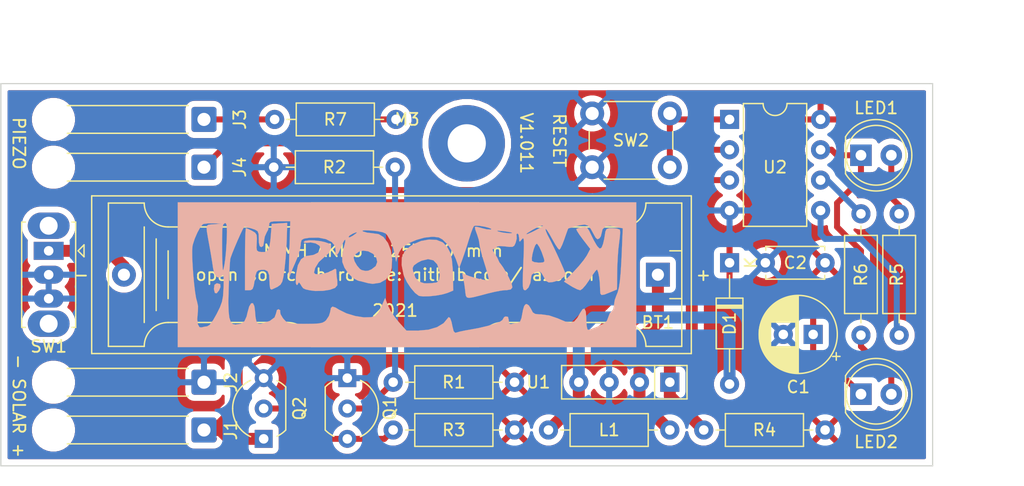
<source format=kicad_pcb>
(kicad_pcb (version 20171130) (host pcbnew "(5.1.9)-1")
  (layers (0 F.Cu signal) (31 B.Cu signal) (34 B.Paste user) (35 F.Paste user) (36 B.SilkS user) (37 F.SilkS user) (38 B.Mask user) (39 F.Mask user) (44 Edge.Cuts user))
  (net 0 "")
  (net 1 "Net-(BT1-Pad2)")
  (net 2 "Net-(BT1-Pad1)")
  (net 3 GND)
  (net 4 "Net-(C1-Pad1)")
  (net 5 "Net-(D1-Pad2)")
  (net 6 "Net-(J1-Pad1)")
  (net 7 "Net-(J3-Pad1)")
  (net 8 "Net-(J4-Pad1)")
  (net 9 "Net-(LED1-Pad2)")
  (net 10 "Net-(LED1-Pad1)")
  (net 11 "Net-(LED2-Pad2)")
  (net 12 "Net-(Q1-Pad3)")
  (net 13 "Net-(Q1-Pad2)")
  (net 14 "Net-(R5-Pad2)")
  (net 15 "Net-(R6-Pad2)")
  (net 16 "Net-(R7-Pad2)")
  (net 17 "Net-(SW2-Pad1)")
  (module Joe_footprint_Library:Kazoosh!-Logo (layer F.Cu) (at 93 65)
    (fp_text reference G*** hide)
    (fp_text value LOGO hide)
  )
  (module MountingHole:MountingHole_3.2mm_M3_Pad_TopBottom (layer F.Cu) (at 98 54)
    (fp_text reference M3 (at -5 -2) (layer F.SilkS))
    (fp_text value MountingHole_3.2mm_M3_Pad_TopBottom)
    (pad 1 connect circle (at 0 0) (size 6.4 6.4) (layers B.Cu B.Mask))
    (pad 1 connect circle (at 0 0) (size 6.4 6.4) (layers F.Cu F.Mask))
    (pad 1 thru_hole circle (at 0 0) (size 3.6 3.6) (drill 3.2) (layers *.Cu *.Mask))
  )
  (module Joe_footprint_Library:SW_PUSH_6mm_H5mm_4pin (layer F.Cu) (at 115 56 180)
    (fp_text reference SW2 (at 3.25 2.25) (layer F.SilkS))
    (fp_text value SW_Push_standard_6x6_four_pins)
    (pad 3 thru_hole circle (at 6.5 0 270) (size 2 2) (drill 1.1) (layers *.Cu *.Mask) (net 3 GND))
    (pad 4 thru_hole circle (at 6.5 4.5 270) (size 2 2) (drill 1.1) (layers *.Cu *.Mask) (net 3 GND))
    (pad 1 thru_hole circle (at 0 0 270) (size 2 2) (drill 1.1) (layers *.Cu *.Mask) (net 17 "Net-(SW2-Pad1)"))
    (pad 2 thru_hole circle (at 0 4.5 270) (size 2 2) (drill 1.1) (layers *.Cu *.Mask) (net 17 "Net-(SW2-Pad1)"))
  )
  (module Package_DIP:DIP-8_W7.62mm (layer F.Cu) (at 120 52)
    (fp_text reference U2 (at 3.81 4) (layer F.SilkS))
    (fp_text value ATtiny85V-10PU)
    (pad 8 thru_hole oval (at 7.62 0) (size 1.6 1.6) (drill 0.8) (layers *.Cu *.Mask) (net 4 "Net-(C1-Pad1)"))
    (pad 4 thru_hole oval (at 0 7.62) (size 1.6 1.6) (drill 0.8) (layers *.Cu *.Mask) (net 3 GND))
    (pad 7 thru_hole oval (at 7.62 2.54) (size 1.6 1.6) (drill 0.8) (layers *.Cu *.Mask) (net 10 "Net-(LED1-Pad1)"))
    (pad 3 thru_hole oval (at 0 5.08) (size 1.6 1.6) (drill 0.8) (layers *.Cu *.Mask) (net 8 "Net-(J4-Pad1)"))
    (pad 6 thru_hole oval (at 7.62 5.08) (size 1.6 1.6) (drill 0.8) (layers *.Cu *.Mask) (net 15 "Net-(R6-Pad2)"))
    (pad 2 thru_hole oval (at 0 2.54) (size 1.6 1.6) (drill 0.8) (layers *.Cu *.Mask) (net 16 "Net-(R7-Pad2)"))
    (pad 5 thru_hole oval (at 7.62 7.62) (size 1.6 1.6) (drill 0.8) (layers *.Cu *.Mask) (net 14 "Net-(R5-Pad2)"))
    (pad 1 thru_hole rect (at 0 0) (size 1.6 1.6) (drill 0.8) (layers *.Cu *.Mask) (net 17 "Net-(SW2-Pad1)"))
  )
  (module Resistor_THT:R_Array_SIP4 (layer F.Cu) (at 115 74 180)
    (fp_text reference U1 (at 11 0) (layer F.SilkS))
    (fp_text value YX8051_JF)
    (pad 4 thru_hole oval (at 7.62 0 180) (size 1.6 1.6) (drill 0.8) (layers *.Cu *.Mask) (net 5 "Net-(D1-Pad2)"))
    (pad 3 thru_hole oval (at 5.08 0 180) (size 1.6 1.6) (drill 0.8) (layers *.Cu *.Mask) (net 3 GND))
    (pad 2 thru_hole oval (at 2.54 0 180) (size 1.6 1.6) (drill 0.8) (layers *.Cu *.Mask) (net 2 "Net-(BT1-Pad1)"))
    (pad 1 thru_hole rect (at 0 0 180) (size 1.6 1.6) (drill 0.8) (layers *.Cu *.Mask) (net 6 "Net-(J1-Pad1)"))
  )
  (module Button_Switch_THT:SW_Slide_1P2T_CK_OS102011MS2Q (layer F.Cu) (at 63 63 270)
    (fp_text reference SW1 (at 8 0 180) (layer F.SilkS))
    (fp_text value SW_SPDT)
    (pad "" thru_hole oval (at 6.1 0 270) (size 2.2 3.5) (drill 1.5) (layers *.Cu *.Mask))
    (pad "" thru_hole oval (at -2.1 0 270) (size 2.2 3.5) (drill 1.5) (layers *.Cu *.Mask))
    (pad 3 thru_hole oval (at 4 0 270) (size 1.5 2.5) (drill 0.8) (layers *.Cu *.Mask) (net 3 GND))
    (pad 2 thru_hole oval (at 2 0 270) (size 1.5 2.5) (drill 0.8) (layers *.Cu *.Mask) (net 3 GND))
    (pad 1 thru_hole rect (at 0 0 270) (size 1.5 2.5) (drill 0.8) (layers *.Cu *.Mask) (net 1 "Net-(BT1-Pad2)"))
  )
  (module Resistor_THT:R_Axial_DIN0207_L6.3mm_D2.5mm_P10.16mm_Horizontal (layer F.Cu) (at 81.915 52)
    (fp_text reference R7 (at 5.08 0) (layer F.SilkS))
    (fp_text value 120)
    (pad 2 thru_hole oval (at 10.16 0) (size 1.6 1.6) (drill 0.8) (layers *.Cu *.Mask) (net 16 "Net-(R7-Pad2)"))
    (pad 1 thru_hole circle (at 0 0) (size 1.6 1.6) (drill 0.8) (layers *.Cu *.Mask) (net 7 "Net-(J3-Pad1)"))
  )
  (module Resistor_THT:R_Axial_DIN0207_L6.3mm_D2.5mm_P10.16mm_Horizontal (layer F.Cu) (at 131 70.06 90)
    (fp_text reference R6 (at 5.06 0 90) (layer F.SilkS))
    (fp_text value 120)
    (pad 2 thru_hole oval (at 10.16 0 90) (size 1.6 1.6) (drill 0.8) (layers *.Cu *.Mask) (net 15 "Net-(R6-Pad2)"))
    (pad 1 thru_hole circle (at 0 0 90) (size 1.6 1.6) (drill 0.8) (layers *.Cu *.Mask) (net 11 "Net-(LED2-Pad2)"))
  )
  (module Resistor_THT:R_Axial_DIN0207_L6.3mm_D2.5mm_P10.16mm_Horizontal (layer F.Cu) (at 134.2 59.9 270)
    (fp_text reference R5 (at 5.1 0.2 90) (layer F.SilkS))
    (fp_text value 120)
    (pad 2 thru_hole oval (at 10.16 0 270) (size 1.6 1.6) (drill 0.8) (layers *.Cu *.Mask) (net 14 "Net-(R5-Pad2)"))
    (pad 1 thru_hole circle (at 0 0 270) (size 1.6 1.6) (drill 0.8) (layers *.Cu *.Mask) (net 9 "Net-(LED1-Pad2)"))
  )
  (module Resistor_THT:R_Axial_DIN0207_L6.3mm_D2.5mm_P10.16mm_Horizontal (layer F.Cu) (at 128 78 180)
    (fp_text reference R4 (at 5.08 0) (layer F.SilkS))
    (fp_text value 220k)
    (pad 2 thru_hole oval (at 10.16 0 180) (size 1.6 1.6) (drill 0.8) (layers *.Cu *.Mask) (net 6 "Net-(J1-Pad1)"))
    (pad 1 thru_hole circle (at 0 0 180) (size 1.6 1.6) (drill 0.8) (layers *.Cu *.Mask) (net 4 "Net-(C1-Pad1)"))
  )
  (module Resistor_THT:R_Axial_DIN0207_L6.3mm_D2.5mm_P10.16mm_Horizontal (layer F.Cu) (at 102 78 180)
    (fp_text reference R3 (at 5.08 0) (layer F.SilkS))
    (fp_text value 510k)
    (pad 2 thru_hole oval (at 10.16 0 180) (size 1.6 1.6) (drill 0.8) (layers *.Cu *.Mask) (net 12 "Net-(Q1-Pad3)"))
    (pad 1 thru_hole circle (at 0 0 180) (size 1.6 1.6) (drill 0.8) (layers *.Cu *.Mask) (net 4 "Net-(C1-Pad1)"))
  )
  (module Resistor_THT:R_Axial_DIN0207_L6.3mm_D2.5mm_P10.16mm_Horizontal (layer F.Cu) (at 92 56 180)
    (fp_text reference R2 (at 5.08 0) (layer F.SilkS))
    (fp_text value 330k)
    (pad 2 thru_hole oval (at 10.16 0 180) (size 1.6 1.6) (drill 0.8) (layers *.Cu *.Mask) (net 3 GND))
    (pad 1 thru_hole circle (at 0 0 180) (size 1.6 1.6) (drill 0.8) (layers *.Cu *.Mask) (net 13 "Net-(Q1-Pad2)"))
  )
  (module Resistor_THT:R_Axial_DIN0207_L6.3mm_D2.5mm_P10.16mm_Horizontal (layer F.Cu) (at 102 74 180)
    (fp_text reference R1 (at 5.08 0) (layer F.SilkS))
    (fp_text value 1M)
    (pad 2 thru_hole oval (at 10.16 0 180) (size 1.6 1.6) (drill 0.8) (layers *.Cu *.Mask) (net 13 "Net-(Q1-Pad2)"))
    (pad 1 thru_hole circle (at 0 0 180) (size 1.6 1.6) (drill 0.8) (layers *.Cu *.Mask) (net 4 "Net-(C1-Pad1)"))
  )
  (module Package_TO_SOT_THT:TO-92_Inline_Wide (layer F.Cu) (at 81 78.74 90)
    (fp_text reference Q2 (at 2.54 3 90) (layer F.SilkS))
    (fp_text value BS170)
    (pad 1 thru_hole rect (at 0 0 90) (size 1.5 1.5) (drill 0.8) (layers *.Cu *.Mask) (net 6 "Net-(J1-Pad1)"))
    (pad 3 thru_hole circle (at 5.08 0 90) (size 1.5 1.5) (drill 0.8) (layers *.Cu *.Mask) (net 3 GND))
    (pad 2 thru_hole circle (at 2.54 0 90) (size 1.5 1.5) (drill 0.8) (layers *.Cu *.Mask) (net 12 "Net-(Q1-Pad3)"))
  )
  (module Package_TO_SOT_THT:TO-92_Inline_Wide (layer F.Cu) (at 88 73.66 270)
    (fp_text reference Q1 (at 2.54 -3.56 90) (layer F.SilkS))
    (fp_text value 2N7000)
    (pad 1 thru_hole rect (at 0 0 270) (size 1.5 1.5) (drill 0.8) (layers *.Cu *.Mask) (net 3 GND))
    (pad 3 thru_hole circle (at 5.08 0 270) (size 1.5 1.5) (drill 0.8) (layers *.Cu *.Mask) (net 12 "Net-(Q1-Pad3)"))
    (pad 2 thru_hole circle (at 2.54 0 270) (size 1.5 1.5) (drill 0.8) (layers *.Cu *.Mask) (net 13 "Net-(Q1-Pad2)"))
  )
  (module LED_THT:LED_D5.0mm (layer F.Cu) (at 131 75)
    (fp_text reference LED2 (at 1.27 4) (layer F.SilkS))
    (fp_text value LED_GN)
    (pad 2 thru_hole circle (at 2.54 0) (size 1.8 1.8) (drill 0.9) (layers *.Cu *.Mask) (net 11 "Net-(LED2-Pad2)"))
    (pad 1 thru_hole rect (at 0 0) (size 1.8 1.8) (drill 0.9) (layers *.Cu *.Mask) (net 10 "Net-(LED1-Pad1)"))
  )
  (module LED_THT:LED_D5.0mm (layer F.Cu) (at 131 55)
    (fp_text reference LED1 (at 1.27 -3.96) (layer F.SilkS))
    (fp_text value LED_GN)
    (pad 2 thru_hole circle (at 2.54 0) (size 1.8 1.8) (drill 0.9) (layers *.Cu *.Mask) (net 9 "Net-(LED1-Pad2)"))
    (pad 1 thru_hole rect (at 0 0) (size 1.8 1.8) (drill 0.9) (layers *.Cu *.Mask) (net 10 "Net-(LED1-Pad1)"))
  )
  (module Resistor_THT:R_Axial_DIN0207_L6.3mm_D2.5mm_P10.16mm_Horizontal (layer F.Cu) (at 115 78 180)
    (fp_text reference L1 (at 5.08 0) (layer F.SilkS))
    (fp_text value 47uH)
    (pad 2 thru_hole oval (at 10.16 0 180) (size 1.6 1.6) (drill 0.8) (layers *.Cu *.Mask) (net 5 "Net-(D1-Pad2)"))
    (pad 1 thru_hole circle (at 0 0 180) (size 1.6 1.6) (drill 0.8) (layers *.Cu *.Mask) (net 2 "Net-(BT1-Pad1)"))
  )
  (module Connector_Wire:SolderWire-0.5sqmm_1x01_D0.9mm_OD2.1mm_Relief (layer F.Cu) (at 76 56 270)
    (fp_text reference J4 (at 0 -3 90) (layer F.SilkS))
    (fp_text value Conn_01x01)
    (pad "" np_thru_hole circle (at 0 12.6 270) (size 2.6 2.6) (drill 2.6) (layers *.Cu *.Mask))
    (pad 1 thru_hole roundrect (at 0 0 270) (size 2.1 2.1) (drill 1.1) (layers *.Cu *.Mask) (roundrect_rratio 0.119048) (net 8 "Net-(J4-Pad1)"))
  )
  (module Connector_Wire:SolderWire-0.5sqmm_1x01_D0.9mm_OD2.1mm_Relief (layer F.Cu) (at 76 52 270)
    (fp_text reference J3 (at 0 -3 90) (layer F.SilkS))
    (fp_text value Conn_01x01)
    (pad "" np_thru_hole circle (at 0 12.6 270) (size 2.6 2.6) (drill 2.6) (layers *.Cu *.Mask))
    (pad 1 thru_hole roundrect (at 0 0 270) (size 2.1 2.1) (drill 1.1) (layers *.Cu *.Mask) (roundrect_rratio 0.119048) (net 7 "Net-(J3-Pad1)"))
  )
  (module Connector_Wire:SolderWire-0.5sqmm_1x01_D0.9mm_OD2.1mm_Relief (layer F.Cu) (at 76 74 270)
    (fp_text reference J2 (at 0 -2.25 90) (layer F.SilkS))
    (fp_text value Conn_01x01)
    (pad "" np_thru_hole circle (at 0 12.6 270) (size 2.6 2.6) (drill 2.6) (layers *.Cu *.Mask))
    (pad 1 thru_hole roundrect (at 0 0 270) (size 2.1 2.1) (drill 1.1) (layers *.Cu *.Mask) (roundrect_rratio 0.119048) (net 3 GND))
  )
  (module Connector_Wire:SolderWire-0.5sqmm_1x01_D0.9mm_OD2.1mm_Relief (layer F.Cu) (at 76 78 270)
    (fp_text reference J1 (at 0 -2.25 90) (layer F.SilkS))
    (fp_text value Conn_01x01)
    (pad "" np_thru_hole circle (at 0 12.6 270) (size 2.6 2.6) (drill 2.6) (layers *.Cu *.Mask))
    (pad 1 thru_hole roundrect (at 0 0 270) (size 2.1 2.1) (drill 1.1) (layers *.Cu *.Mask) (roundrect_rratio 0.119048) (net 6 "Net-(J1-Pad1)"))
  )
  (module Diode_THT:D_DO-35_SOD27_P10.16mm_Horizontal (layer F.Cu) (at 120 64 270)
    (fp_text reference D1 (at 5.08 0 90) (layer F.SilkS))
    (fp_text value BAT48RL)
    (fp_text user K (at 0 -1.8 90) (layer F.SilkS))
    (pad 2 thru_hole oval (at 10.16 0 270) (size 1.6 1.6) (drill 0.8) (layers *.Cu *.Mask) (net 5 "Net-(D1-Pad2)"))
    (pad 1 thru_hole rect (at 0 0 270) (size 1.6 1.6) (drill 0.8) (layers *.Cu *.Mask) (net 4 "Net-(C1-Pad1)"))
  )
  (module Capacitor_THT:C_Disc_D4.7mm_W2.5mm_P5.00mm (layer F.Cu) (at 128 64 180)
    (fp_text reference C2 (at 2.5 0) (layer F.SilkS))
    (fp_text value 100nF)
    (pad 2 thru_hole circle (at 5 0 180) (size 1.6 1.6) (drill 0.8) (layers *.Cu *.Mask) (net 3 GND))
    (pad 1 thru_hole circle (at 0 0 180) (size 1.6 1.6) (drill 0.8) (layers *.Cu *.Mask) (net 4 "Net-(C1-Pad1)"))
  )
  (module Capacitor_THT:CP_Radial_D6.3mm_P2.50mm (layer F.Cu) (at 127 70 180)
    (fp_text reference C1 (at 1.25 -4.4) (layer F.SilkS))
    (fp_text value 220uF)
    (pad 2 thru_hole circle (at 2.5 0 180) (size 1.6 1.6) (drill 0.8) (layers *.Cu *.Mask) (net 3 GND))
    (pad 1 thru_hole rect (at 0 0 180) (size 1.6 1.6) (drill 0.8) (layers *.Cu *.Mask) (net 4 "Net-(C1-Pad1)"))
  )
  (module Battery:BatteryHolder_Keystone_2466_1xAAA (layer F.Cu) (at 114 65 180)
    (fp_text reference BT1 (at 0 -4 180) (layer F.SilkS))
    (fp_text value "NiMH 1,25V 600mAh")
    (fp_text user + (at -3.81 0) (layer F.SilkS))
    (fp_text user - (at 48.26 0) (layer F.SilkS))
    (pad 2 thru_hole circle (at 44.7 0 180) (size 2 2) (drill 1.02) (layers *.Cu *.Mask) (net 1 "Net-(BT1-Pad2)"))
    (pad 1 thru_hole rect (at 0 0 180) (size 2 2) (drill 1.02) (layers *.Cu *.Mask) (net 2 "Net-(BT1-Pad1)"))
  )
  (gr_text 2021 (at 92 68) (layer F.SilkS) (effects (font (size 1 1))))
  (gr_text "open source hardware: github.com/kazoosh" (at 92 65) (layer F.SilkS) (effects (font (size 1 1))))
  (gr_text V1.011 (at 103 54 270) (layer F.SilkS) (effects (font (size 1 1))))
  (gr_text RESET (at 105.75 53.75 270) (layer F.SilkS) (effects (font (size 1 1))))
  (gr_text "NiMH AKKU 1.25V 600mAh" (at 91 63) (layer F.SilkS) (effects (font (size 1 1))))
  (gr_text "- SOLAR +" (at 60.5 76 270) (layer F.SilkS) (effects (font (size 1 1))))
  (gr_text PIEZO (at 60.5 54 270) (layer F.SilkS) (effects (font (size 1 1))))
  (gr_line (start 137 49) (end 137 81) (layer Edge.Cuts) (width 0.1))
  (gr_line (start 59 49) (end 137 49) (layer Edge.Cuts) (width 0.1))
  (gr_line (start 59 81) (end 59 49) (layer Edge.Cuts) (width 0.1))
  (gr_line (start 137 81) (end 59 81) (layer Edge.Cuts) (width 0.1))
  (segment (start 69.3 65) (end 69.3 64.3) (width 1) (layer F.Cu) (net 1))
  (segment (start 68 63) (end 63 63) (width 1) (layer F.Cu) (net 1))
  (segment (start 69.3 64.3) (end 68 63) (width 1) (layer F.Cu) (net 1))
  (segment (start 114 65) (end 114 69) (width 1) (layer F.Cu) (net 2))
  (segment (start 114 69) (end 113 70) (width 1) (layer F.Cu) (net 2))
  (segment (start 113 70) (end 112.88 70) (width 1) (layer F.Cu) (net 2))
  (segment (start 112.46 70.42) (end 112.46 74) (width 1) (layer F.Cu) (net 2))
  (segment (start 112.88 70) (end 112.46 70.42) (width 1) (layer F.Cu) (net 2))
  (segment (start 112.46 74) (end 112.46 75.5) (width 1) (layer F.Cu) (net 2))
  (segment (start 114.96 78) (end 115 78) (width 1) (layer F.Cu) (net 2))
  (segment (start 112.46 75.5) (end 114.96 78) (width 1) (layer F.Cu) (net 2))
  (segment (start 104.84 78) (end 104.88 78) (width 1) (layer F.Cu) (net 5))
  (segment (start 107.38 75.5) (end 107.38 74) (width 1) (layer F.Cu) (net 5))
  (segment (start 104.88 78) (end 107.38 75.5) (width 1) (layer F.Cu) (net 5))
  (segment (start 107.38 74) (end 107.38 69.785) (width 1) (layer B.Cu) (net 5))
  (segment (start 107.38 69.785) (end 108.585 68.58) (width 1) (layer B.Cu) (net 5))
  (segment (start 108.585 68.58) (end 119.38 68.58) (width 1) (layer B.Cu) (net 5))
  (segment (start 120 69.2) (end 120 74.16) (width 1) (layer B.Cu) (net 5))
  (segment (start 119.38 68.58) (end 120 69.2) (width 1) (layer B.Cu) (net 5))
  (segment (start 76 78) (end 76.095 78) (width 0.5) (layer F.Cu) (net 6))
  (segment (start 76.095 78) (end 76.835 78.74) (width 0.5) (layer F.Cu) (net 6))
  (segment (start 76 78) (end 77.365 78) (width 1) (layer F.Cu) (net 6))
  (segment (start 78.105 78.74) (end 81 78.74) (width 1) (layer F.Cu) (net 6))
  (segment (start 77.365 78) (end 78.105 78.74) (width 1) (layer F.Cu) (net 6))
  (segment (start 115 75.16) (end 117.84 78) (width 1) (layer F.Cu) (net 6))
  (segment (start 115 74) (end 115 75.16) (width 1) (layer F.Cu) (net 6))
  (segment (start 115 71.82) (end 115 74) (width 1) (layer F.Cu) (net 6))
  (segment (start 116.84 69.98) (end 115 71.82) (width 1) (layer F.Cu) (net 6))
  (segment (start 116.84 63.5) (end 116.84 69.98) (width 1) (layer F.Cu) (net 6))
  (segment (start 115.57 62.23) (end 116.84 63.5) (width 1) (layer F.Cu) (net 6))
  (segment (start 112.395 62.23) (end 115.57 62.23) (width 1) (layer F.Cu) (net 6))
  (segment (start 111.125 63.5) (end 112.395 62.23) (width 1) (layer F.Cu) (net 6))
  (segment (start 111.125 67.945) (end 111.125 63.5) (width 1) (layer F.Cu) (net 6))
  (segment (start 80.645 70.485) (end 108.585 70.485) (width 1) (layer F.Cu) (net 6))
  (segment (start 78.74 72.39) (end 80.645 70.485) (width 1) (layer F.Cu) (net 6))
  (segment (start 78.74 76.2) (end 78.74 72.39) (width 1) (layer F.Cu) (net 6))
  (segment (start 76.94 78) (end 78.74 76.2) (width 1) (layer F.Cu) (net 6))
  (segment (start 108.585 70.485) (end 111.125 67.945) (width 1) (layer F.Cu) (net 6))
  (segment (start 76 78) (end 76.94 78) (width 1) (layer F.Cu) (net 6))
  (segment (start 76 52) (end 81.915 52) (width 0.5) (layer F.Cu) (net 7))
  (segment (start 78 54) (end 76 56) (width 0.5) (layer F.Cu) (net 8))
  (segment (start 86.512 54) (end 78 54) (width 0.5) (layer F.Cu) (net 8))
  (segment (start 87.63 55.118) (end 86.512 54) (width 0.5) (layer F.Cu) (net 8))
  (segment (start 90.043 58.928) (end 87.63 56.515) (width 0.5) (layer F.Cu) (net 8))
  (segment (start 87.63 56.515) (end 87.63 55.118) (width 0.5) (layer F.Cu) (net 8))
  (segment (start 118.053 57.08) (end 116.205 58.928) (width 0.5) (layer F.Cu) (net 8))
  (segment (start 116.205 58.928) (end 90.043 58.928) (width 0.5) (layer F.Cu) (net 8))
  (segment (start 120 57.08) (end 118.053 57.08) (width 0.5) (layer F.Cu) (net 8))
  (segment (start 133.54 55) (end 133.54 58.54) (width 0.5) (layer F.Cu) (net 9))
  (segment (start 134.2 59.2) (end 134.2 59.9) (width 0.5) (layer F.Cu) (net 9))
  (segment (start 133.54 58.54) (end 134.2 59.2) (width 0.5) (layer F.Cu) (net 9))
  (segment (start 127.62 54.54) (end 128.54 54.54) (width 0.5) (layer F.Cu) (net 10))
  (segment (start 128.54 54.54) (end 129 55) (width 0.5) (layer F.Cu) (net 10))
  (segment (start 129 55) (end 131 55) (width 0.5) (layer F.Cu) (net 10))
  (segment (start 129 73) (end 131 75) (width 0.5) (layer F.Cu) (net 10))
  (segment (start 129 69) (end 129 73) (width 0.5) (layer F.Cu) (net 10))
  (segment (start 131 67) (end 129 69) (width 0.5) (layer F.Cu) (net 10))
  (segment (start 131 63) (end 131 67) (width 0.5) (layer F.Cu) (net 10))
  (segment (start 129 61) (end 131 63) (width 0.5) (layer F.Cu) (net 10))
  (segment (start 129 59) (end 129 61) (width 0.5) (layer F.Cu) (net 10))
  (segment (start 131 57) (end 129 59) (width 0.5) (layer F.Cu) (net 10))
  (segment (start 131 55) (end 131 57) (width 0.5) (layer F.Cu) (net 10))
  (segment (start 131 70.06) (end 131 71) (width 0.5) (layer F.Cu) (net 11))
  (segment (start 133.54 73.54) (end 133.54 75) (width 0.5) (layer F.Cu) (net 11))
  (segment (start 131 71) (end 133.54 73.54) (width 0.5) (layer F.Cu) (net 11))
  (segment (start 83.185 76.2) (end 81 76.2) (width 0.5) (layer F.Cu) (net 12))
  (segment (start 85.725 78.74) (end 83.185 76.2) (width 0.5) (layer F.Cu) (net 12))
  (segment (start 88 78.74) (end 85.725 78.74) (width 0.5) (layer F.Cu) (net 12))
  (segment (start 91.1 78.74) (end 91.84 78) (width 0.5) (layer F.Cu) (net 12))
  (segment (start 88 78.74) (end 91.1 78.74) (width 0.5) (layer F.Cu) (net 12))
  (segment (start 92 73.84) (end 91.84 74) (width 0.5) (layer F.Cu) (net 13))
  (segment (start 89.64 76.2) (end 91.84 74) (width 0.5) (layer F.Cu) (net 13))
  (segment (start 88 76.2) (end 89.64 76.2) (width 0.5) (layer F.Cu) (net 13))
  (segment (start 92 73.84) (end 91.84 74) (width 0.5) (layer B.Cu) (net 13))
  (segment (start 92 56) (end 92 73.84) (width 0.5) (layer B.Cu) (net 13))
  (segment (start 127.62 59.62) (end 127.62 61.62) (width 0.5) (layer B.Cu) (net 14))
  (segment (start 127.62 61.62) (end 128 62) (width 0.5) (layer B.Cu) (net 14))
  (segment (start 128 62) (end 131 62) (width 0.5) (layer B.Cu) (net 14))
  (segment (start 131 62) (end 134 65) (width 0.5) (layer B.Cu) (net 14))
  (segment (start 134 69.86) (end 134.2 70.06) (width 0.5) (layer B.Cu) (net 14))
  (segment (start 134 65) (end 134 69.86) (width 0.5) (layer B.Cu) (net 14))
  (segment (start 128.18 57.08) (end 131 59.9) (width 0.5) (layer B.Cu) (net 15))
  (segment (start 127.62 57.08) (end 128.18 57.08) (width 0.5) (layer B.Cu) (net 15))
  (segment (start 120 54.54) (end 119.46 54.54) (width 0.5) (layer F.Cu) (net 16))
  (segment (start 89.732 52) (end 92.075 52) (width 0.5) (layer F.Cu) (net 16))
  (segment (start 88.646 56.134) (end 88.646 53.086) (width 0.5) (layer F.Cu) (net 16))
  (segment (start 88.646 53.086) (end 89.732 52) (width 0.5) (layer F.Cu) (net 16))
  (segment (start 116.967 56.515) (end 115.57 57.912) (width 0.5) (layer F.Cu) (net 16))
  (segment (start 115.57 57.912) (end 90.424 57.912) (width 0.5) (layer F.Cu) (net 16))
  (segment (start 116.967 55.626) (end 116.967 56.515) (width 0.5) (layer F.Cu) (net 16))
  (segment (start 90.424 57.912) (end 88.646 56.134) (width 0.5) (layer F.Cu) (net 16))
  (segment (start 118.053 54.54) (end 116.967 55.626) (width 0.5) (layer F.Cu) (net 16))
  (segment (start 120 54.54) (end 118.053 54.54) (width 0.5) (layer F.Cu) (net 16))
  (segment (start 115.5 52) (end 115 51.5) (width 0.5) (layer F.Cu) (net 17))
  (segment (start 120 52) (end 115.5 52) (width 0.5) (layer F.Cu) (net 17))
  (segment (start 115 51.5) (end 115 56) (width 0.5) (layer F.Cu) (net 17))
  (zone (net 3) (net_name GND) (layer B.Cu) (connect_pads (clearance 0.508)) (min_thickness 0.254) (fill yes (arc_segments 32) (thermal_gap 1.16) (thermal_bridge_width 0.508) (smoothing chamfer))
    (polygon (pts (xy 137 81) (xy 59 81) (xy 59 49) (xy 137 49)))
  )
  (zone (net 4) (net_name "Net-(C1-Pad1)") (layer F.Cu) (connect_pads (clearance 0.508)) (min_thickness 0.254) (fill yes (arc_segments 32) (thermal_gap 1.16) (thermal_bridge_width 0.508))
    (polygon (pts (xy 137 81) (xy 59 81) (xy 59 49) (xy 137 49)))
  )
)
</source>
